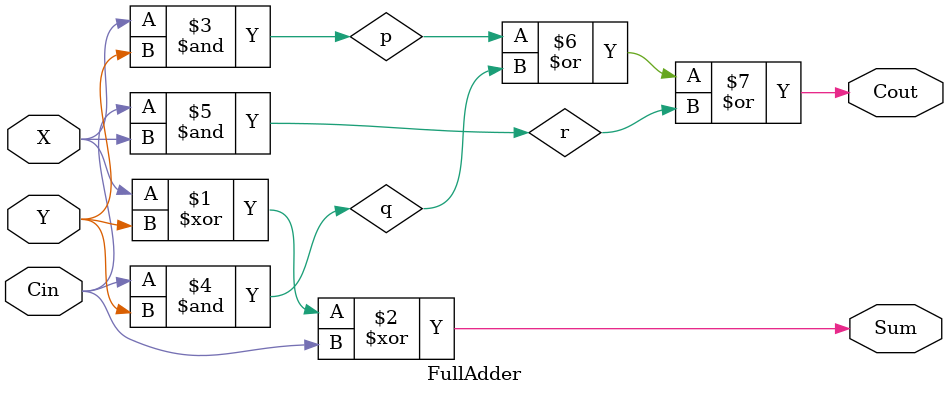
<source format=v>
module FullAdder(
	input X,
	input Y,
	input Cin,
	output Sum,
	output Cout
);
wire p,q,r;
xor G1(Sum,X,Y,Cin);
and G2(p,X,Y);
and G3(q,Cin,Y);
and G4(r,Cin,X);
or G5(Cout,p,q,r);
endmodule

</source>
